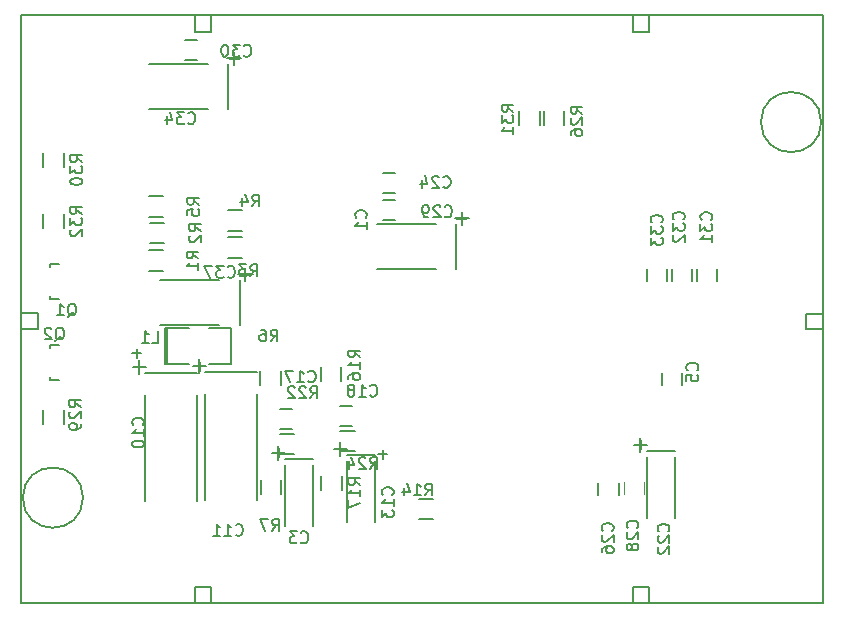
<source format=gbo>
%TF.GenerationSoftware,KiCad,Pcbnew,6.0.5-a6ca702e91~116~ubuntu20.04.1*%
%TF.CreationDate,2022-06-15T21:03:55+02:00*%
%TF.ProjectId,vwcdpic_with_BT,76776364-7069-4635-9f77-6974685f4254,rev?*%
%TF.SameCoordinates,Original*%
%TF.FileFunction,Legend,Bot*%
%TF.FilePolarity,Positive*%
%FSLAX46Y46*%
G04 Gerber Fmt 4.6, Leading zero omitted, Abs format (unit mm)*
G04 Created by KiCad (PCBNEW 6.0.5-a6ca702e91~116~ubuntu20.04.1) date 2022-06-15 21:03:55*
%MOMM*%
%LPD*%
G01*
G04 APERTURE LIST*
%ADD10C,0.150000*%
%ADD11C,0.120000*%
G04 APERTURE END LIST*
D10*
%TO.C,R16*%
X84774980Y-62831742D02*
X84298790Y-62498409D01*
X84774980Y-62260314D02*
X83774980Y-62260314D01*
X83774980Y-62641266D01*
X83822600Y-62736504D01*
X83870219Y-62784123D01*
X83965457Y-62831742D01*
X84108314Y-62831742D01*
X84203552Y-62784123D01*
X84251171Y-62736504D01*
X84298790Y-62641266D01*
X84298790Y-62260314D01*
X84774980Y-63784123D02*
X84774980Y-63212695D01*
X84774980Y-63498409D02*
X83774980Y-63498409D01*
X83917838Y-63403171D01*
X84013076Y-63307933D01*
X84060695Y-63212695D01*
X83774980Y-64641266D02*
X83774980Y-64450790D01*
X83822600Y-64355552D01*
X83870219Y-64307933D01*
X84013076Y-64212695D01*
X84203552Y-64165076D01*
X84584504Y-64165076D01*
X84679742Y-64212695D01*
X84727361Y-64260314D01*
X84774980Y-64355552D01*
X84774980Y-64546028D01*
X84727361Y-64641266D01*
X84679742Y-64688885D01*
X84584504Y-64736504D01*
X84346409Y-64736504D01*
X84251171Y-64688885D01*
X84203552Y-64641266D01*
X84155933Y-64546028D01*
X84155933Y-64355552D01*
X84203552Y-64260314D01*
X84251171Y-64212695D01*
X84346409Y-64165076D01*
%TO.C,C18*%
X85604257Y-66049742D02*
X85651876Y-66097361D01*
X85794733Y-66144980D01*
X85889971Y-66144980D01*
X86032828Y-66097361D01*
X86128066Y-66002123D01*
X86175685Y-65906885D01*
X86223304Y-65716409D01*
X86223304Y-65573552D01*
X86175685Y-65383076D01*
X86128066Y-65287838D01*
X86032828Y-65192600D01*
X85889971Y-65144980D01*
X85794733Y-65144980D01*
X85651876Y-65192600D01*
X85604257Y-65240219D01*
X84651876Y-66144980D02*
X85223304Y-66144980D01*
X84937590Y-66144980D02*
X84937590Y-65144980D01*
X85032828Y-65287838D01*
X85128066Y-65383076D01*
X85223304Y-65430695D01*
X84080447Y-65573552D02*
X84175685Y-65525933D01*
X84223304Y-65478314D01*
X84270923Y-65383076D01*
X84270923Y-65335457D01*
X84223304Y-65240219D01*
X84175685Y-65192600D01*
X84080447Y-65144980D01*
X83889971Y-65144980D01*
X83794733Y-65192600D01*
X83747114Y-65240219D01*
X83699495Y-65335457D01*
X83699495Y-65383076D01*
X83747114Y-65478314D01*
X83794733Y-65525933D01*
X83889971Y-65573552D01*
X84080447Y-65573552D01*
X84175685Y-65621171D01*
X84223304Y-65668790D01*
X84270923Y-65764028D01*
X84270923Y-65954504D01*
X84223304Y-66049742D01*
X84175685Y-66097361D01*
X84080447Y-66144980D01*
X83889971Y-66144980D01*
X83794733Y-66097361D01*
X83747114Y-66049742D01*
X83699495Y-65954504D01*
X83699495Y-65764028D01*
X83747114Y-65668790D01*
X83794733Y-65621171D01*
X83889971Y-65573552D01*
%TO.C,R22*%
X80553457Y-66289180D02*
X80886790Y-65812990D01*
X81124885Y-66289180D02*
X81124885Y-65289180D01*
X80743933Y-65289180D01*
X80648695Y-65336800D01*
X80601076Y-65384419D01*
X80553457Y-65479657D01*
X80553457Y-65622514D01*
X80601076Y-65717752D01*
X80648695Y-65765371D01*
X80743933Y-65812990D01*
X81124885Y-65812990D01*
X80172504Y-65384419D02*
X80124885Y-65336800D01*
X80029647Y-65289180D01*
X79791552Y-65289180D01*
X79696314Y-65336800D01*
X79648695Y-65384419D01*
X79601076Y-65479657D01*
X79601076Y-65574895D01*
X79648695Y-65717752D01*
X80220123Y-66289180D01*
X79601076Y-66289180D01*
X79220123Y-65384419D02*
X79172504Y-65336800D01*
X79077266Y-65289180D01*
X78839171Y-65289180D01*
X78743933Y-65336800D01*
X78696314Y-65384419D01*
X78648695Y-65479657D01*
X78648695Y-65574895D01*
X78696314Y-65717752D01*
X79267742Y-66289180D01*
X78648695Y-66289180D01*
%TO.C,R24*%
X85600457Y-72283580D02*
X85933790Y-71807390D01*
X86171885Y-72283580D02*
X86171885Y-71283580D01*
X85790933Y-71283580D01*
X85695695Y-71331200D01*
X85648076Y-71378819D01*
X85600457Y-71474057D01*
X85600457Y-71616914D01*
X85648076Y-71712152D01*
X85695695Y-71759771D01*
X85790933Y-71807390D01*
X86171885Y-71807390D01*
X85219504Y-71378819D02*
X85171885Y-71331200D01*
X85076647Y-71283580D01*
X84838552Y-71283580D01*
X84743314Y-71331200D01*
X84695695Y-71378819D01*
X84648076Y-71474057D01*
X84648076Y-71569295D01*
X84695695Y-71712152D01*
X85267123Y-72283580D01*
X84648076Y-72283580D01*
X83790933Y-71616914D02*
X83790933Y-72283580D01*
X84029028Y-71235961D02*
X84267123Y-71950247D01*
X83648076Y-71950247D01*
%TO.C,C28*%
X108233742Y-77273542D02*
X108281361Y-77225923D01*
X108328980Y-77083066D01*
X108328980Y-76987828D01*
X108281361Y-76844971D01*
X108186123Y-76749733D01*
X108090885Y-76702114D01*
X107900409Y-76654495D01*
X107757552Y-76654495D01*
X107567076Y-76702114D01*
X107471838Y-76749733D01*
X107376600Y-76844971D01*
X107328980Y-76987828D01*
X107328980Y-77083066D01*
X107376600Y-77225923D01*
X107424219Y-77273542D01*
X107424219Y-77654495D02*
X107376600Y-77702114D01*
X107328980Y-77797352D01*
X107328980Y-78035447D01*
X107376600Y-78130685D01*
X107424219Y-78178304D01*
X107519457Y-78225923D01*
X107614695Y-78225923D01*
X107757552Y-78178304D01*
X108328980Y-77606876D01*
X108328980Y-78225923D01*
X107757552Y-78797352D02*
X107709933Y-78702114D01*
X107662314Y-78654495D01*
X107567076Y-78606876D01*
X107519457Y-78606876D01*
X107424219Y-78654495D01*
X107376600Y-78702114D01*
X107328980Y-78797352D01*
X107328980Y-78987828D01*
X107376600Y-79083066D01*
X107424219Y-79130685D01*
X107519457Y-79178304D01*
X107567076Y-79178304D01*
X107662314Y-79130685D01*
X107709933Y-79083066D01*
X107757552Y-78987828D01*
X107757552Y-78797352D01*
X107805171Y-78702114D01*
X107852790Y-78654495D01*
X107948028Y-78606876D01*
X108138504Y-78606876D01*
X108233742Y-78654495D01*
X108281361Y-78702114D01*
X108328980Y-78797352D01*
X108328980Y-78987828D01*
X108281361Y-79083066D01*
X108233742Y-79130685D01*
X108138504Y-79178304D01*
X107948028Y-79178304D01*
X107852790Y-79130685D01*
X107805171Y-79083066D01*
X107757552Y-78987828D01*
%TO.C,C13*%
X87502942Y-74464942D02*
X87550561Y-74417323D01*
X87598180Y-74274466D01*
X87598180Y-74179228D01*
X87550561Y-74036371D01*
X87455323Y-73941133D01*
X87360085Y-73893514D01*
X87169609Y-73845895D01*
X87026752Y-73845895D01*
X86836276Y-73893514D01*
X86741038Y-73941133D01*
X86645800Y-74036371D01*
X86598180Y-74179228D01*
X86598180Y-74274466D01*
X86645800Y-74417323D01*
X86693419Y-74464942D01*
X87598180Y-75417323D02*
X87598180Y-74845895D01*
X87598180Y-75131609D02*
X86598180Y-75131609D01*
X86741038Y-75036371D01*
X86836276Y-74941133D01*
X86883895Y-74845895D01*
X86598180Y-75750657D02*
X86598180Y-76369704D01*
X86979133Y-76036371D01*
X86979133Y-76179228D01*
X87026752Y-76274466D01*
X87074371Y-76322085D01*
X87169609Y-76369704D01*
X87407704Y-76369704D01*
X87502942Y-76322085D01*
X87550561Y-76274466D01*
X87598180Y-76179228D01*
X87598180Y-75893514D01*
X87550561Y-75798276D01*
X87502942Y-75750657D01*
X86683828Y-70662847D02*
X86683828Y-71424752D01*
X87064780Y-71043800D02*
X86302876Y-71043800D01*
%TO.C,R31*%
X97749780Y-42012942D02*
X97273590Y-41679609D01*
X97749780Y-41441514D02*
X96749780Y-41441514D01*
X96749780Y-41822466D01*
X96797400Y-41917704D01*
X96845019Y-41965323D01*
X96940257Y-42012942D01*
X97083114Y-42012942D01*
X97178352Y-41965323D01*
X97225971Y-41917704D01*
X97273590Y-41822466D01*
X97273590Y-41441514D01*
X96749780Y-42346276D02*
X96749780Y-42965323D01*
X97130733Y-42631990D01*
X97130733Y-42774847D01*
X97178352Y-42870085D01*
X97225971Y-42917704D01*
X97321209Y-42965323D01*
X97559304Y-42965323D01*
X97654542Y-42917704D01*
X97702161Y-42870085D01*
X97749780Y-42774847D01*
X97749780Y-42489133D01*
X97702161Y-42393895D01*
X97654542Y-42346276D01*
X97749780Y-43917704D02*
X97749780Y-43346276D01*
X97749780Y-43631990D02*
X96749780Y-43631990D01*
X96892638Y-43536752D01*
X96987876Y-43441514D01*
X97035495Y-43346276D01*
%TO.C,R26*%
X103591780Y-42183142D02*
X103115590Y-41849809D01*
X103591780Y-41611714D02*
X102591780Y-41611714D01*
X102591780Y-41992666D01*
X102639400Y-42087904D01*
X102687019Y-42135523D01*
X102782257Y-42183142D01*
X102925114Y-42183142D01*
X103020352Y-42135523D01*
X103067971Y-42087904D01*
X103115590Y-41992666D01*
X103115590Y-41611714D01*
X102687019Y-42564095D02*
X102639400Y-42611714D01*
X102591780Y-42706952D01*
X102591780Y-42945047D01*
X102639400Y-43040285D01*
X102687019Y-43087904D01*
X102782257Y-43135523D01*
X102877495Y-43135523D01*
X103020352Y-43087904D01*
X103591780Y-42516476D01*
X103591780Y-43135523D01*
X102591780Y-43992666D02*
X102591780Y-43802190D01*
X102639400Y-43706952D01*
X102687019Y-43659333D01*
X102829876Y-43564095D01*
X103020352Y-43516476D01*
X103401304Y-43516476D01*
X103496542Y-43564095D01*
X103544161Y-43611714D01*
X103591780Y-43706952D01*
X103591780Y-43897428D01*
X103544161Y-43992666D01*
X103496542Y-44040285D01*
X103401304Y-44087904D01*
X103163209Y-44087904D01*
X103067971Y-44040285D01*
X103020352Y-43992666D01*
X102972733Y-43897428D01*
X102972733Y-43706952D01*
X103020352Y-43611714D01*
X103067971Y-43564095D01*
X103163209Y-43516476D01*
%TO.C,C5*%
X113297142Y-63913333D02*
X113344761Y-63865714D01*
X113392380Y-63722857D01*
X113392380Y-63627619D01*
X113344761Y-63484761D01*
X113249523Y-63389523D01*
X113154285Y-63341904D01*
X112963809Y-63294285D01*
X112820952Y-63294285D01*
X112630476Y-63341904D01*
X112535238Y-63389523D01*
X112440000Y-63484761D01*
X112392380Y-63627619D01*
X112392380Y-63722857D01*
X112440000Y-63865714D01*
X112487619Y-63913333D01*
X112392380Y-64818095D02*
X112392380Y-64341904D01*
X112868571Y-64294285D01*
X112820952Y-64341904D01*
X112773333Y-64437142D01*
X112773333Y-64675238D01*
X112820952Y-64770476D01*
X112868571Y-64818095D01*
X112963809Y-64865714D01*
X113201904Y-64865714D01*
X113297142Y-64818095D01*
X113344761Y-64770476D01*
X113392380Y-64675238D01*
X113392380Y-64437142D01*
X113344761Y-64341904D01*
X113297142Y-64294285D01*
%TO.C,R17*%
X84774980Y-73652142D02*
X84298790Y-73318809D01*
X84774980Y-73080714D02*
X83774980Y-73080714D01*
X83774980Y-73461666D01*
X83822600Y-73556904D01*
X83870219Y-73604523D01*
X83965457Y-73652142D01*
X84108314Y-73652142D01*
X84203552Y-73604523D01*
X84251171Y-73556904D01*
X84298790Y-73461666D01*
X84298790Y-73080714D01*
X84774980Y-74604523D02*
X84774980Y-74033095D01*
X84774980Y-74318809D02*
X83774980Y-74318809D01*
X83917838Y-74223571D01*
X84013076Y-74128333D01*
X84060695Y-74033095D01*
X83774980Y-74937857D02*
X83774980Y-75604523D01*
X84774980Y-75175952D01*
%TO.C,C26*%
X106125542Y-77502142D02*
X106173161Y-77454523D01*
X106220780Y-77311666D01*
X106220780Y-77216428D01*
X106173161Y-77073571D01*
X106077923Y-76978333D01*
X105982685Y-76930714D01*
X105792209Y-76883095D01*
X105649352Y-76883095D01*
X105458876Y-76930714D01*
X105363638Y-76978333D01*
X105268400Y-77073571D01*
X105220780Y-77216428D01*
X105220780Y-77311666D01*
X105268400Y-77454523D01*
X105316019Y-77502142D01*
X105316019Y-77883095D02*
X105268400Y-77930714D01*
X105220780Y-78025952D01*
X105220780Y-78264047D01*
X105268400Y-78359285D01*
X105316019Y-78406904D01*
X105411257Y-78454523D01*
X105506495Y-78454523D01*
X105649352Y-78406904D01*
X106220780Y-77835476D01*
X106220780Y-78454523D01*
X105220780Y-79311666D02*
X105220780Y-79121190D01*
X105268400Y-79025952D01*
X105316019Y-78978333D01*
X105458876Y-78883095D01*
X105649352Y-78835476D01*
X106030304Y-78835476D01*
X106125542Y-78883095D01*
X106173161Y-78930714D01*
X106220780Y-79025952D01*
X106220780Y-79216428D01*
X106173161Y-79311666D01*
X106125542Y-79359285D01*
X106030304Y-79406904D01*
X105792209Y-79406904D01*
X105696971Y-79359285D01*
X105649352Y-79311666D01*
X105601733Y-79216428D01*
X105601733Y-79025952D01*
X105649352Y-78930714D01*
X105696971Y-78883095D01*
X105792209Y-78835476D01*
%TO.C,C22*%
X110849942Y-77552942D02*
X110897561Y-77505323D01*
X110945180Y-77362466D01*
X110945180Y-77267228D01*
X110897561Y-77124371D01*
X110802323Y-77029133D01*
X110707085Y-76981514D01*
X110516609Y-76933895D01*
X110373752Y-76933895D01*
X110183276Y-76981514D01*
X110088038Y-77029133D01*
X109992800Y-77124371D01*
X109945180Y-77267228D01*
X109945180Y-77362466D01*
X109992800Y-77505323D01*
X110040419Y-77552942D01*
X110040419Y-77933895D02*
X109992800Y-77981514D01*
X109945180Y-78076752D01*
X109945180Y-78314847D01*
X109992800Y-78410085D01*
X110040419Y-78457704D01*
X110135657Y-78505323D01*
X110230895Y-78505323D01*
X110373752Y-78457704D01*
X110945180Y-77886276D01*
X110945180Y-78505323D01*
X110040419Y-78886276D02*
X109992800Y-78933895D01*
X109945180Y-79029133D01*
X109945180Y-79267228D01*
X109992800Y-79362466D01*
X110040419Y-79410085D01*
X110135657Y-79457704D01*
X110230895Y-79457704D01*
X110373752Y-79410085D01*
X110945180Y-78838657D01*
X110945180Y-79457704D01*
X108534768Y-69846867D02*
X108534768Y-70608772D01*
X108915720Y-70227820D02*
X108153816Y-70227820D01*
%TO.C,L1*%
X67144866Y-61569860D02*
X67621057Y-61569860D01*
X67621057Y-60569860D01*
X66287723Y-61569860D02*
X66859152Y-61569860D01*
X66573438Y-61569860D02*
X66573438Y-60569860D01*
X66668676Y-60712718D01*
X66763914Y-60807956D01*
X66859152Y-60855575D01*
%TO.C,C11*%
X74231407Y-77846157D02*
X74279026Y-77893776D01*
X74421883Y-77941395D01*
X74517121Y-77941395D01*
X74659978Y-77893776D01*
X74755216Y-77798538D01*
X74802835Y-77703300D01*
X74850454Y-77512824D01*
X74850454Y-77369967D01*
X74802835Y-77179491D01*
X74755216Y-77084253D01*
X74659978Y-76989015D01*
X74517121Y-76941395D01*
X74421883Y-76941395D01*
X74279026Y-76989015D01*
X74231407Y-77036634D01*
X73279026Y-77941395D02*
X73850454Y-77941395D01*
X73564740Y-77941395D02*
X73564740Y-76941395D01*
X73659978Y-77084253D01*
X73755216Y-77179491D01*
X73850454Y-77227110D01*
X72326645Y-77941395D02*
X72898073Y-77941395D01*
X72612359Y-77941395D02*
X72612359Y-76941395D01*
X72707597Y-77084253D01*
X72802835Y-77179491D01*
X72898073Y-77227110D01*
X71207608Y-63200327D02*
X71207608Y-63962232D01*
X71588560Y-63581280D02*
X70826656Y-63581280D01*
%TO.C,C10*%
X66370142Y-68546742D02*
X66417761Y-68499123D01*
X66465380Y-68356266D01*
X66465380Y-68261028D01*
X66417761Y-68118171D01*
X66322523Y-68022933D01*
X66227285Y-67975314D01*
X66036809Y-67927695D01*
X65893952Y-67927695D01*
X65703476Y-67975314D01*
X65608238Y-68022933D01*
X65513000Y-68118171D01*
X65465380Y-68261028D01*
X65465380Y-68356266D01*
X65513000Y-68499123D01*
X65560619Y-68546742D01*
X66465380Y-69499123D02*
X66465380Y-68927695D01*
X66465380Y-69213409D02*
X65465380Y-69213409D01*
X65608238Y-69118171D01*
X65703476Y-69022933D01*
X65751095Y-68927695D01*
X65465380Y-70118171D02*
X65465380Y-70213409D01*
X65513000Y-70308647D01*
X65560619Y-70356266D01*
X65655857Y-70403885D01*
X65846333Y-70451504D01*
X66084428Y-70451504D01*
X66274904Y-70403885D01*
X66370142Y-70356266D01*
X66417761Y-70308647D01*
X66465380Y-70213409D01*
X66465380Y-70118171D01*
X66417761Y-70022933D01*
X66370142Y-69975314D01*
X66274904Y-69927695D01*
X66084428Y-69880076D01*
X65846333Y-69880076D01*
X65655857Y-69927695D01*
X65560619Y-69975314D01*
X65513000Y-70022933D01*
X65465380Y-70118171D01*
X65873608Y-62089067D02*
X65873608Y-62850972D01*
X66254560Y-62470020D02*
X65492656Y-62470020D01*
%TO.C,C17*%
X80377257Y-64847742D02*
X80424876Y-64895361D01*
X80567733Y-64942980D01*
X80662971Y-64942980D01*
X80805828Y-64895361D01*
X80901066Y-64800123D01*
X80948685Y-64704885D01*
X80996304Y-64514409D01*
X80996304Y-64371552D01*
X80948685Y-64181076D01*
X80901066Y-64085838D01*
X80805828Y-63990600D01*
X80662971Y-63942980D01*
X80567733Y-63942980D01*
X80424876Y-63990600D01*
X80377257Y-64038219D01*
X79424876Y-64942980D02*
X79996304Y-64942980D01*
X79710590Y-64942980D02*
X79710590Y-63942980D01*
X79805828Y-64085838D01*
X79901066Y-64181076D01*
X79996304Y-64228695D01*
X79091542Y-63942980D02*
X78424876Y-63942980D01*
X78853447Y-64942980D01*
%TO.C,R4*%
X75624686Y-50042590D02*
X75958020Y-49566400D01*
X76196115Y-50042590D02*
X76196115Y-49042590D01*
X75815162Y-49042590D01*
X75719924Y-49090210D01*
X75672305Y-49137829D01*
X75624686Y-49233067D01*
X75624686Y-49375924D01*
X75672305Y-49471162D01*
X75719924Y-49518781D01*
X75815162Y-49566400D01*
X76196115Y-49566400D01*
X74767543Y-49375924D02*
X74767543Y-50042590D01*
X75005639Y-48994971D02*
X75243734Y-49709257D01*
X74624686Y-49709257D01*
%TO.C,R2*%
X71293380Y-52141343D02*
X70817190Y-51808010D01*
X71293380Y-51569914D02*
X70293380Y-51569914D01*
X70293380Y-51950867D01*
X70341000Y-52046105D01*
X70388619Y-52093724D01*
X70483857Y-52141343D01*
X70626714Y-52141343D01*
X70721952Y-52093724D01*
X70769571Y-52046105D01*
X70817190Y-51950867D01*
X70817190Y-51569914D01*
X70388619Y-52522295D02*
X70341000Y-52569914D01*
X70293380Y-52665152D01*
X70293380Y-52903248D01*
X70341000Y-52998486D01*
X70388619Y-53046105D01*
X70483857Y-53093724D01*
X70579095Y-53093724D01*
X70721952Y-53046105D01*
X71293380Y-52474676D01*
X71293380Y-53093724D01*
%TO.C,R32*%
X61202380Y-50677142D02*
X60726190Y-50343809D01*
X61202380Y-50105714D02*
X60202380Y-50105714D01*
X60202380Y-50486666D01*
X60250000Y-50581904D01*
X60297619Y-50629523D01*
X60392857Y-50677142D01*
X60535714Y-50677142D01*
X60630952Y-50629523D01*
X60678571Y-50581904D01*
X60726190Y-50486666D01*
X60726190Y-50105714D01*
X60202380Y-51010476D02*
X60202380Y-51629523D01*
X60583333Y-51296190D01*
X60583333Y-51439047D01*
X60630952Y-51534285D01*
X60678571Y-51581904D01*
X60773809Y-51629523D01*
X61011904Y-51629523D01*
X61107142Y-51581904D01*
X61154761Y-51534285D01*
X61202380Y-51439047D01*
X61202380Y-51153333D01*
X61154761Y-51058095D01*
X61107142Y-51010476D01*
X60297619Y-52010476D02*
X60250000Y-52058095D01*
X60202380Y-52153333D01*
X60202380Y-52391428D01*
X60250000Y-52486666D01*
X60297619Y-52534285D01*
X60392857Y-52581904D01*
X60488095Y-52581904D01*
X60630952Y-52534285D01*
X61202380Y-51962857D01*
X61202380Y-52581904D01*
%TO.C,C33*%
X110277142Y-51397142D02*
X110324761Y-51349523D01*
X110372380Y-51206666D01*
X110372380Y-51111428D01*
X110324761Y-50968571D01*
X110229523Y-50873333D01*
X110134285Y-50825714D01*
X109943809Y-50778095D01*
X109800952Y-50778095D01*
X109610476Y-50825714D01*
X109515238Y-50873333D01*
X109420000Y-50968571D01*
X109372380Y-51111428D01*
X109372380Y-51206666D01*
X109420000Y-51349523D01*
X109467619Y-51397142D01*
X109372380Y-51730476D02*
X109372380Y-52349523D01*
X109753333Y-52016190D01*
X109753333Y-52159047D01*
X109800952Y-52254285D01*
X109848571Y-52301904D01*
X109943809Y-52349523D01*
X110181904Y-52349523D01*
X110277142Y-52301904D01*
X110324761Y-52254285D01*
X110372380Y-52159047D01*
X110372380Y-51873333D01*
X110324761Y-51778095D01*
X110277142Y-51730476D01*
X109372380Y-52682857D02*
X109372380Y-53301904D01*
X109753333Y-52968571D01*
X109753333Y-53111428D01*
X109800952Y-53206666D01*
X109848571Y-53254285D01*
X109943809Y-53301904D01*
X110181904Y-53301904D01*
X110277142Y-53254285D01*
X110324761Y-53206666D01*
X110372380Y-53111428D01*
X110372380Y-52825714D01*
X110324761Y-52730476D01*
X110277142Y-52682857D01*
%TO.C,Q1*%
X59995238Y-59377619D02*
X60090476Y-59330000D01*
X60185714Y-59234761D01*
X60328571Y-59091904D01*
X60423809Y-59044285D01*
X60519047Y-59044285D01*
X60471428Y-59282380D02*
X60566666Y-59234761D01*
X60661904Y-59139523D01*
X60709523Y-58949047D01*
X60709523Y-58615714D01*
X60661904Y-58425238D01*
X60566666Y-58330000D01*
X60471428Y-58282380D01*
X60280952Y-58282380D01*
X60185714Y-58330000D01*
X60090476Y-58425238D01*
X60042857Y-58615714D01*
X60042857Y-58949047D01*
X60090476Y-59139523D01*
X60185714Y-59234761D01*
X60280952Y-59282380D01*
X60471428Y-59282380D01*
X59090476Y-59282380D02*
X59661904Y-59282380D01*
X59376190Y-59282380D02*
X59376190Y-58282380D01*
X59471428Y-58425238D01*
X59566666Y-58520476D01*
X59661904Y-58568095D01*
%TO.C,R6*%
X77199466Y-61484780D02*
X77532800Y-61008590D01*
X77770895Y-61484780D02*
X77770895Y-60484780D01*
X77389942Y-60484780D01*
X77294704Y-60532400D01*
X77247085Y-60580019D01*
X77199466Y-60675257D01*
X77199466Y-60818114D01*
X77247085Y-60913352D01*
X77294704Y-60960971D01*
X77389942Y-61008590D01*
X77770895Y-61008590D01*
X76342323Y-60484780D02*
X76532800Y-60484780D01*
X76628038Y-60532400D01*
X76675657Y-60580019D01*
X76770895Y-60722876D01*
X76818514Y-60913352D01*
X76818514Y-61294304D01*
X76770895Y-61389542D01*
X76723276Y-61437161D01*
X76628038Y-61484780D01*
X76437561Y-61484780D01*
X76342323Y-61437161D01*
X76294704Y-61389542D01*
X76247085Y-61294304D01*
X76247085Y-61056209D01*
X76294704Y-60960971D01*
X76342323Y-60913352D01*
X76437561Y-60865733D01*
X76628038Y-60865733D01*
X76723276Y-60913352D01*
X76770895Y-60960971D01*
X76818514Y-61056209D01*
%TO.C,C3*%
X79752156Y-78476112D02*
X79799775Y-78523731D01*
X79942632Y-78571350D01*
X80037870Y-78571350D01*
X80180728Y-78523731D01*
X80275966Y-78428493D01*
X80323585Y-78333255D01*
X80371204Y-78142779D01*
X80371204Y-77999922D01*
X80323585Y-77809446D01*
X80275966Y-77714208D01*
X80180728Y-77618970D01*
X80037870Y-77571350D01*
X79942632Y-77571350D01*
X79799775Y-77618970D01*
X79752156Y-77666589D01*
X79418823Y-77571350D02*
X78799775Y-77571350D01*
X79133109Y-77952303D01*
X78990251Y-77952303D01*
X78895013Y-77999922D01*
X78847394Y-78047541D01*
X78799775Y-78142779D01*
X78799775Y-78380874D01*
X78847394Y-78476112D01*
X78895013Y-78523731D01*
X78990251Y-78571350D01*
X79275966Y-78571350D01*
X79371204Y-78523731D01*
X79418823Y-78476112D01*
X77872568Y-70543467D02*
X77872568Y-71305372D01*
X78253520Y-70924420D02*
X77491616Y-70924420D01*
%TO.C,R3*%
X75478066Y-55960790D02*
X75811400Y-55484600D01*
X76049495Y-55960790D02*
X76049495Y-54960790D01*
X75668542Y-54960790D01*
X75573304Y-55008410D01*
X75525685Y-55056029D01*
X75478066Y-55151267D01*
X75478066Y-55294124D01*
X75525685Y-55389362D01*
X75573304Y-55436981D01*
X75668542Y-55484600D01*
X76049495Y-55484600D01*
X75144733Y-54960790D02*
X74525685Y-54960790D01*
X74859019Y-55341743D01*
X74716161Y-55341743D01*
X74620923Y-55389362D01*
X74573304Y-55436981D01*
X74525685Y-55532219D01*
X74525685Y-55770314D01*
X74573304Y-55865552D01*
X74620923Y-55913171D01*
X74716161Y-55960790D01*
X75001876Y-55960790D01*
X75097114Y-55913171D01*
X75144733Y-55865552D01*
%TO.C,C24*%
X91803775Y-48376844D02*
X91851394Y-48424463D01*
X91994251Y-48472082D01*
X92089489Y-48472082D01*
X92232346Y-48424463D01*
X92327584Y-48329225D01*
X92375203Y-48233987D01*
X92422822Y-48043511D01*
X92422822Y-47900654D01*
X92375203Y-47710178D01*
X92327584Y-47614940D01*
X92232346Y-47519702D01*
X92089489Y-47472082D01*
X91994251Y-47472082D01*
X91851394Y-47519702D01*
X91803775Y-47567321D01*
X91422822Y-47567321D02*
X91375203Y-47519702D01*
X91279965Y-47472082D01*
X91041870Y-47472082D01*
X90946632Y-47519702D01*
X90899013Y-47567321D01*
X90851394Y-47662559D01*
X90851394Y-47757797D01*
X90899013Y-47900654D01*
X91470441Y-48472082D01*
X90851394Y-48472082D01*
X89994251Y-47805416D02*
X89994251Y-48472082D01*
X90232346Y-47424463D02*
X90470441Y-48138749D01*
X89851394Y-48138749D01*
%TO.C,C37*%
X73540857Y-55983142D02*
X73588476Y-56030761D01*
X73731333Y-56078380D01*
X73826571Y-56078380D01*
X73969428Y-56030761D01*
X74064666Y-55935523D01*
X74112285Y-55840285D01*
X74159904Y-55649809D01*
X74159904Y-55506952D01*
X74112285Y-55316476D01*
X74064666Y-55221238D01*
X73969428Y-55126000D01*
X73826571Y-55078380D01*
X73731333Y-55078380D01*
X73588476Y-55126000D01*
X73540857Y-55173619D01*
X73207523Y-55078380D02*
X72588476Y-55078380D01*
X72921809Y-55459333D01*
X72778952Y-55459333D01*
X72683714Y-55506952D01*
X72636095Y-55554571D01*
X72588476Y-55649809D01*
X72588476Y-55887904D01*
X72636095Y-55983142D01*
X72683714Y-56030761D01*
X72778952Y-56078380D01*
X73064666Y-56078380D01*
X73159904Y-56030761D01*
X73207523Y-55983142D01*
X72255142Y-55078380D02*
X71588476Y-55078380D01*
X72017047Y-56078380D01*
X75440492Y-55837128D02*
X74678587Y-55837128D01*
X75059540Y-56218080D02*
X75059540Y-55456176D01*
%TO.C,R7*%
X77304866Y-77515980D02*
X77638200Y-77039790D01*
X77876295Y-77515980D02*
X77876295Y-76515980D01*
X77495342Y-76515980D01*
X77400104Y-76563600D01*
X77352485Y-76611219D01*
X77304866Y-76706457D01*
X77304866Y-76849314D01*
X77352485Y-76944552D01*
X77400104Y-76992171D01*
X77495342Y-77039790D01*
X77876295Y-77039790D01*
X76971533Y-76515980D02*
X76304866Y-76515980D01*
X76733438Y-77515980D01*
%TO.C,C29*%
X91930775Y-50866044D02*
X91978394Y-50913663D01*
X92121251Y-50961282D01*
X92216489Y-50961282D01*
X92359346Y-50913663D01*
X92454584Y-50818425D01*
X92502203Y-50723187D01*
X92549822Y-50532711D01*
X92549822Y-50389854D01*
X92502203Y-50199378D01*
X92454584Y-50104140D01*
X92359346Y-50008902D01*
X92216489Y-49961282D01*
X92121251Y-49961282D01*
X91978394Y-50008902D01*
X91930775Y-50056521D01*
X91549822Y-50056521D02*
X91502203Y-50008902D01*
X91406965Y-49961282D01*
X91168870Y-49961282D01*
X91073632Y-50008902D01*
X91026013Y-50056521D01*
X90978394Y-50151759D01*
X90978394Y-50246997D01*
X91026013Y-50389854D01*
X91597441Y-50961282D01*
X90978394Y-50961282D01*
X90502203Y-50961282D02*
X90311727Y-50961282D01*
X90216489Y-50913663D01*
X90168870Y-50866044D01*
X90073632Y-50723187D01*
X90026013Y-50532711D01*
X90026013Y-50151759D01*
X90073632Y-50056521D01*
X90121251Y-50008902D01*
X90216489Y-49961282D01*
X90406965Y-49961282D01*
X90502203Y-50008902D01*
X90549822Y-50056521D01*
X90597441Y-50151759D01*
X90597441Y-50389854D01*
X90549822Y-50485092D01*
X90502203Y-50532711D01*
X90406965Y-50580330D01*
X90216489Y-50580330D01*
X90121251Y-50532711D01*
X90073632Y-50485092D01*
X90026013Y-50389854D01*
%TO.C,C1*%
X85244600Y-51001335D02*
X85292219Y-50953716D01*
X85339838Y-50810859D01*
X85339838Y-50715621D01*
X85292219Y-50572763D01*
X85196981Y-50477525D01*
X85101743Y-50429906D01*
X84911267Y-50382287D01*
X84768410Y-50382287D01*
X84577934Y-50429906D01*
X84482696Y-50477525D01*
X84387458Y-50572763D01*
X84339838Y-50715621D01*
X84339838Y-50810859D01*
X84387458Y-50953716D01*
X84435077Y-51001335D01*
X85339838Y-51953716D02*
X85339838Y-51382287D01*
X85339838Y-51668002D02*
X84339838Y-51668002D01*
X84482696Y-51572763D01*
X84577934Y-51477525D01*
X84625553Y-51382287D01*
X93749480Y-51081980D02*
X92987575Y-51081980D01*
X93368528Y-51462932D02*
X93368528Y-50701028D01*
%TO.C,R14*%
X90281657Y-74518780D02*
X90614990Y-74042590D01*
X90853085Y-74518780D02*
X90853085Y-73518780D01*
X90472133Y-73518780D01*
X90376895Y-73566400D01*
X90329276Y-73614019D01*
X90281657Y-73709257D01*
X90281657Y-73852114D01*
X90329276Y-73947352D01*
X90376895Y-73994971D01*
X90472133Y-74042590D01*
X90853085Y-74042590D01*
X89329276Y-74518780D02*
X89900704Y-74518780D01*
X89614990Y-74518780D02*
X89614990Y-73518780D01*
X89710228Y-73661638D01*
X89805466Y-73756876D01*
X89900704Y-73804495D01*
X88472133Y-73852114D02*
X88472133Y-74518780D01*
X88710228Y-73471161D02*
X88948323Y-74185447D01*
X88329276Y-74185447D01*
%TO.C,R1*%
X71068580Y-54452743D02*
X70592390Y-54119410D01*
X71068580Y-53881314D02*
X70068580Y-53881314D01*
X70068580Y-54262267D01*
X70116200Y-54357505D01*
X70163819Y-54405124D01*
X70259057Y-54452743D01*
X70401914Y-54452743D01*
X70497152Y-54405124D01*
X70544771Y-54357505D01*
X70592390Y-54262267D01*
X70592390Y-53881314D01*
X71068580Y-55405124D02*
X71068580Y-54833695D01*
X71068580Y-55119410D02*
X70068580Y-55119410D01*
X70211438Y-55024171D01*
X70306676Y-54928933D01*
X70354295Y-54833695D01*
%TO.C,R5*%
X71137180Y-49906143D02*
X70660990Y-49572810D01*
X71137180Y-49334714D02*
X70137180Y-49334714D01*
X70137180Y-49715667D01*
X70184800Y-49810905D01*
X70232419Y-49858524D01*
X70327657Y-49906143D01*
X70470514Y-49906143D01*
X70565752Y-49858524D01*
X70613371Y-49810905D01*
X70660990Y-49715667D01*
X70660990Y-49334714D01*
X70137180Y-50810905D02*
X70137180Y-50334714D01*
X70613371Y-50287095D01*
X70565752Y-50334714D01*
X70518133Y-50429952D01*
X70518133Y-50668048D01*
X70565752Y-50763286D01*
X70613371Y-50810905D01*
X70708609Y-50858524D01*
X70946704Y-50858524D01*
X71041942Y-50810905D01*
X71089561Y-50763286D01*
X71137180Y-50668048D01*
X71137180Y-50429952D01*
X71089561Y-50334714D01*
X71041942Y-50287095D01*
%TO.C,C34*%
X70205237Y-42988502D02*
X70252856Y-43036121D01*
X70395713Y-43083740D01*
X70490951Y-43083740D01*
X70633808Y-43036121D01*
X70729046Y-42940883D01*
X70776665Y-42845645D01*
X70824284Y-42655169D01*
X70824284Y-42512312D01*
X70776665Y-42321836D01*
X70729046Y-42226598D01*
X70633808Y-42131360D01*
X70490951Y-42083740D01*
X70395713Y-42083740D01*
X70252856Y-42131360D01*
X70205237Y-42178979D01*
X69871903Y-42083740D02*
X69252856Y-42083740D01*
X69586189Y-42464693D01*
X69443332Y-42464693D01*
X69348094Y-42512312D01*
X69300475Y-42559931D01*
X69252856Y-42655169D01*
X69252856Y-42893264D01*
X69300475Y-42988502D01*
X69348094Y-43036121D01*
X69443332Y-43083740D01*
X69729046Y-43083740D01*
X69824284Y-43036121D01*
X69871903Y-42988502D01*
X68395713Y-42417074D02*
X68395713Y-43083740D01*
X68633808Y-42036121D02*
X68871903Y-42750407D01*
X68252856Y-42750407D01*
X74491802Y-37552938D02*
X73729897Y-37552938D01*
X74110850Y-37933890D02*
X74110850Y-37171986D01*
%TO.C,C31*%
X114482042Y-51173142D02*
X114529661Y-51125523D01*
X114577280Y-50982666D01*
X114577280Y-50887428D01*
X114529661Y-50744571D01*
X114434423Y-50649333D01*
X114339185Y-50601714D01*
X114148709Y-50554095D01*
X114005852Y-50554095D01*
X113815376Y-50601714D01*
X113720138Y-50649333D01*
X113624900Y-50744571D01*
X113577280Y-50887428D01*
X113577280Y-50982666D01*
X113624900Y-51125523D01*
X113672519Y-51173142D01*
X113577280Y-51506476D02*
X113577280Y-52125523D01*
X113958233Y-51792190D01*
X113958233Y-51935047D01*
X114005852Y-52030285D01*
X114053471Y-52077904D01*
X114148709Y-52125523D01*
X114386804Y-52125523D01*
X114482042Y-52077904D01*
X114529661Y-52030285D01*
X114577280Y-51935047D01*
X114577280Y-51649333D01*
X114529661Y-51554095D01*
X114482042Y-51506476D01*
X114577280Y-53077904D02*
X114577280Y-52506476D01*
X114577280Y-52792190D02*
X113577280Y-52792190D01*
X113720138Y-52696952D01*
X113815376Y-52601714D01*
X113862995Y-52506476D01*
%TO.C,R29*%
X61142380Y-67047142D02*
X60666190Y-66713809D01*
X61142380Y-66475714D02*
X60142380Y-66475714D01*
X60142380Y-66856666D01*
X60190000Y-66951904D01*
X60237619Y-66999523D01*
X60332857Y-67047142D01*
X60475714Y-67047142D01*
X60570952Y-66999523D01*
X60618571Y-66951904D01*
X60666190Y-66856666D01*
X60666190Y-66475714D01*
X60237619Y-67428095D02*
X60190000Y-67475714D01*
X60142380Y-67570952D01*
X60142380Y-67809047D01*
X60190000Y-67904285D01*
X60237619Y-67951904D01*
X60332857Y-67999523D01*
X60428095Y-67999523D01*
X60570952Y-67951904D01*
X61142380Y-67380476D01*
X61142380Y-67999523D01*
X61142380Y-68475714D02*
X61142380Y-68666190D01*
X61094761Y-68761428D01*
X61047142Y-68809047D01*
X60904285Y-68904285D01*
X60713809Y-68951904D01*
X60332857Y-68951904D01*
X60237619Y-68904285D01*
X60190000Y-68856666D01*
X60142380Y-68761428D01*
X60142380Y-68570952D01*
X60190000Y-68475714D01*
X60237619Y-68428095D01*
X60332857Y-68380476D01*
X60570952Y-68380476D01*
X60666190Y-68428095D01*
X60713809Y-68475714D01*
X60761428Y-68570952D01*
X60761428Y-68761428D01*
X60713809Y-68856666D01*
X60666190Y-68904285D01*
X60570952Y-68951904D01*
%TO.C,C32*%
X112145242Y-51147742D02*
X112192861Y-51100123D01*
X112240480Y-50957266D01*
X112240480Y-50862028D01*
X112192861Y-50719171D01*
X112097623Y-50623933D01*
X112002385Y-50576314D01*
X111811909Y-50528695D01*
X111669052Y-50528695D01*
X111478576Y-50576314D01*
X111383338Y-50623933D01*
X111288100Y-50719171D01*
X111240480Y-50862028D01*
X111240480Y-50957266D01*
X111288100Y-51100123D01*
X111335719Y-51147742D01*
X111240480Y-51481076D02*
X111240480Y-52100123D01*
X111621433Y-51766790D01*
X111621433Y-51909647D01*
X111669052Y-52004885D01*
X111716671Y-52052504D01*
X111811909Y-52100123D01*
X112050004Y-52100123D01*
X112145242Y-52052504D01*
X112192861Y-52004885D01*
X112240480Y-51909647D01*
X112240480Y-51623933D01*
X112192861Y-51528695D01*
X112145242Y-51481076D01*
X111335719Y-52481076D02*
X111288100Y-52528695D01*
X111240480Y-52623933D01*
X111240480Y-52862028D01*
X111288100Y-52957266D01*
X111335719Y-53004885D01*
X111430957Y-53052504D01*
X111526195Y-53052504D01*
X111669052Y-53004885D01*
X112240480Y-52433457D01*
X112240480Y-53052504D01*
%TO.C,R30*%
X61232380Y-46307142D02*
X60756190Y-45973809D01*
X61232380Y-45735714D02*
X60232380Y-45735714D01*
X60232380Y-46116666D01*
X60280000Y-46211904D01*
X60327619Y-46259523D01*
X60422857Y-46307142D01*
X60565714Y-46307142D01*
X60660952Y-46259523D01*
X60708571Y-46211904D01*
X60756190Y-46116666D01*
X60756190Y-45735714D01*
X60232380Y-46640476D02*
X60232380Y-47259523D01*
X60613333Y-46926190D01*
X60613333Y-47069047D01*
X60660952Y-47164285D01*
X60708571Y-47211904D01*
X60803809Y-47259523D01*
X61041904Y-47259523D01*
X61137142Y-47211904D01*
X61184761Y-47164285D01*
X61232380Y-47069047D01*
X61232380Y-46783333D01*
X61184761Y-46688095D01*
X61137142Y-46640476D01*
X60232380Y-47878571D02*
X60232380Y-47973809D01*
X60280000Y-48069047D01*
X60327619Y-48116666D01*
X60422857Y-48164285D01*
X60613333Y-48211904D01*
X60851428Y-48211904D01*
X61041904Y-48164285D01*
X61137142Y-48116666D01*
X61184761Y-48069047D01*
X61232380Y-47973809D01*
X61232380Y-47878571D01*
X61184761Y-47783333D01*
X61137142Y-47735714D01*
X61041904Y-47688095D01*
X60851428Y-47640476D01*
X60613333Y-47640476D01*
X60422857Y-47688095D01*
X60327619Y-47735714D01*
X60280000Y-47783333D01*
X60232380Y-47878571D01*
%TO.C,C30*%
X74928967Y-37267152D02*
X74976586Y-37314771D01*
X75119443Y-37362390D01*
X75214681Y-37362390D01*
X75357538Y-37314771D01*
X75452776Y-37219533D01*
X75500395Y-37124295D01*
X75548014Y-36933819D01*
X75548014Y-36790962D01*
X75500395Y-36600486D01*
X75452776Y-36505248D01*
X75357538Y-36410010D01*
X75214681Y-36362390D01*
X75119443Y-36362390D01*
X74976586Y-36410010D01*
X74928967Y-36457629D01*
X74595633Y-36362390D02*
X73976586Y-36362390D01*
X74309919Y-36743343D01*
X74167062Y-36743343D01*
X74071824Y-36790962D01*
X74024205Y-36838581D01*
X73976586Y-36933819D01*
X73976586Y-37171914D01*
X74024205Y-37267152D01*
X74071824Y-37314771D01*
X74167062Y-37362390D01*
X74452776Y-37362390D01*
X74548014Y-37314771D01*
X74595633Y-37267152D01*
X73357538Y-36362390D02*
X73262300Y-36362390D01*
X73167062Y-36410010D01*
X73119443Y-36457629D01*
X73071824Y-36552867D01*
X73024205Y-36743343D01*
X73024205Y-36981438D01*
X73071824Y-37171914D01*
X73119443Y-37267152D01*
X73167062Y-37314771D01*
X73262300Y-37362390D01*
X73357538Y-37362390D01*
X73452776Y-37314771D01*
X73500395Y-37267152D01*
X73548014Y-37171914D01*
X73595633Y-36981438D01*
X73595633Y-36743343D01*
X73548014Y-36552867D01*
X73500395Y-36457629D01*
X73452776Y-36410010D01*
X73357538Y-36362390D01*
%TO.C,Q2*%
X58955238Y-61407619D02*
X59050476Y-61360000D01*
X59145714Y-61264761D01*
X59288571Y-61121904D01*
X59383809Y-61074285D01*
X59479047Y-61074285D01*
X59431428Y-61312380D02*
X59526666Y-61264761D01*
X59621904Y-61169523D01*
X59669523Y-60979047D01*
X59669523Y-60645714D01*
X59621904Y-60455238D01*
X59526666Y-60360000D01*
X59431428Y-60312380D01*
X59240952Y-60312380D01*
X59145714Y-60360000D01*
X59050476Y-60455238D01*
X59002857Y-60645714D01*
X59002857Y-60979047D01*
X59050476Y-61169523D01*
X59145714Y-61264761D01*
X59240952Y-61312380D01*
X59431428Y-61312380D01*
X58621904Y-60407619D02*
X58574285Y-60360000D01*
X58479047Y-60312380D01*
X58240952Y-60312380D01*
X58145714Y-60360000D01*
X58098095Y-60407619D01*
X58050476Y-60502857D01*
X58050476Y-60598095D01*
X58098095Y-60740952D01*
X58669523Y-61312380D01*
X58050476Y-61312380D01*
%TO.C,R16*%
X83165600Y-64836600D02*
X83165600Y-63636600D01*
X81415600Y-63636600D02*
X81415600Y-64836600D01*
%TO.C,C18*%
X84086000Y-68642600D02*
X83086000Y-68642600D01*
X83086000Y-66942600D02*
X84086000Y-66942600D01*
%TO.C,R22*%
X79160600Y-69279800D02*
X77960600Y-69279800D01*
X77960600Y-71029800D02*
X79160600Y-71029800D01*
%TO.C,R24*%
X83091400Y-70775800D02*
X84291400Y-70775800D01*
X84291400Y-69025800D02*
X83091400Y-69025800D01*
D11*
%TO.C,C28*%
X107102800Y-74377800D02*
X107102800Y-73377800D01*
X108802800Y-73377800D02*
X108802800Y-74377800D01*
D10*
%TO.C,C13*%
X82526810Y-70605650D02*
X83626630Y-70605650D01*
X83626630Y-71108570D02*
X86024390Y-71108570D01*
X83027190Y-70006210D02*
X83027190Y-71205090D01*
X86024390Y-71603870D02*
X86024390Y-76805790D01*
X83626630Y-76805790D02*
X83626630Y-71603870D01*
%TO.C,R31*%
X99975800Y-43154200D02*
X99975800Y-41954200D01*
X98225800Y-41954200D02*
X98225800Y-43154200D01*
%TO.C,R26*%
X102058600Y-43172000D02*
X102058600Y-41972000D01*
X100308600Y-41972000D02*
X100308600Y-43172000D01*
%TO.C,C5*%
X110340000Y-65150000D02*
X110340000Y-64150000D01*
X112040000Y-64150000D02*
X112040000Y-65150000D01*
%TO.C,R17*%
X83191000Y-74060600D02*
X83191000Y-72860600D01*
X81441000Y-72860600D02*
X81441000Y-74060600D01*
%TO.C,C26*%
X104943800Y-74448600D02*
X104943800Y-73448600D01*
X106643800Y-73448600D02*
X106643800Y-74448600D01*
%TO.C,C22*%
X108465880Y-69628380D02*
X108465880Y-70827260D01*
X109065320Y-76427960D02*
X109065320Y-71226040D01*
X107965500Y-70227820D02*
X109065320Y-70227820D01*
X109065320Y-70730740D02*
X111463080Y-70730740D01*
X111463080Y-71226040D02*
X111463080Y-76427960D01*
%TO.C,L1*%
X71931200Y-60355480D02*
X73836200Y-60355480D01*
X68248200Y-63403480D02*
X68248200Y-60355480D01*
X70280200Y-63403480D02*
X68248200Y-63403480D01*
X68448200Y-63403480D02*
X68448200Y-60355480D01*
X68248200Y-60355480D02*
X70280200Y-60355480D01*
X73836200Y-60355480D02*
X73836200Y-63403480D01*
X73836200Y-63403480D02*
X71931200Y-63403480D01*
%TO.C,C11*%
X71636560Y-64033400D02*
X76035840Y-64033400D01*
X76035840Y-65935860D02*
X76035840Y-74937620D01*
X70633260Y-63578740D02*
X71733080Y-63578740D01*
X71133640Y-62979300D02*
X71133640Y-64178180D01*
X71636560Y-74937620D02*
X71636560Y-65935860D01*
%TO.C,C10*%
X70955840Y-66014600D02*
X70955840Y-75016360D01*
X66556560Y-75016360D02*
X66556560Y-66014600D01*
X65553260Y-63657480D02*
X66653080Y-63657480D01*
X66053640Y-63058040D02*
X66053640Y-64256920D01*
X66556560Y-64112140D02*
X70955840Y-64112140D01*
%TO.C,C17*%
X78964400Y-68896600D02*
X77964400Y-68896600D01*
X77964400Y-67196600D02*
X78964400Y-67196600D01*
%TO.C,R4*%
X74739200Y-50366210D02*
X73539200Y-50366210D01*
X73539200Y-52116210D02*
X74739200Y-52116210D01*
%TO.C,R2*%
X68139000Y-51433010D02*
X66939000Y-51433010D01*
X66939000Y-53183010D02*
X68139000Y-53183010D01*
%TO.C,R32*%
X59665000Y-51870000D02*
X59665000Y-50670000D01*
X57915000Y-50670000D02*
X57915000Y-51870000D01*
%TO.C,C33*%
X110770000Y-55350000D02*
X110770000Y-56350000D01*
X109070000Y-56350000D02*
X109070000Y-55350000D01*
%TO.C,Q1*%
X59232800Y-54888180D02*
X58531760Y-54888180D01*
X58531760Y-54888180D02*
X58531760Y-55137100D01*
X58531760Y-57687160D02*
X58531760Y-57638900D01*
X58531760Y-57687160D02*
X58531760Y-57887820D01*
X58531760Y-57887820D02*
X59232800Y-57887820D01*
%TO.C,R6*%
X76288600Y-63963000D02*
X76288600Y-65163000D01*
X78038600Y-65163000D02*
X78038600Y-63963000D01*
%TO.C,C3*%
X78403120Y-71427340D02*
X80800880Y-71427340D01*
X77303300Y-70924420D02*
X78403120Y-70924420D01*
X80800880Y-71922640D02*
X80800880Y-77124560D01*
X78403120Y-77124560D02*
X78403120Y-71922640D01*
X77803680Y-70324980D02*
X77803680Y-71523860D01*
%TO.C,R3*%
X74768400Y-52677610D02*
X73568400Y-52677610D01*
X73568400Y-54427610D02*
X74768400Y-54427610D01*
%TO.C,C24*%
X87743918Y-48945902D02*
X86743918Y-48945902D01*
X86743918Y-47245902D02*
X87743918Y-47245902D01*
%TO.C,C37*%
X75062080Y-55262780D02*
X75062080Y-56362600D01*
X75661520Y-55763160D02*
X74462640Y-55763160D01*
X67858640Y-56266080D02*
X72857360Y-56266080D01*
X67861180Y-60065920D02*
X72859900Y-60065920D01*
X74559160Y-56266080D02*
X74559160Y-60065920D01*
%TO.C,R7*%
X78089400Y-74387000D02*
X78089400Y-73187000D01*
X76339400Y-73187000D02*
X76339400Y-74387000D01*
%TO.C,C29*%
X87743918Y-51181102D02*
X86743918Y-51181102D01*
X86743918Y-49481102D02*
X87743918Y-49481102D01*
%TO.C,C1*%
X93970508Y-51008012D02*
X92771628Y-51008012D01*
X93371068Y-50507632D02*
X93371068Y-51607452D01*
X86170168Y-55310772D02*
X91168888Y-55310772D01*
X86167628Y-51510932D02*
X91166348Y-51510932D01*
X92868148Y-51510932D02*
X92868148Y-55310772D01*
%TO.C,R14*%
X90950000Y-74791600D02*
X89750000Y-74791600D01*
X89750000Y-76541600D02*
X90950000Y-76541600D01*
%TO.C,R1*%
X66888200Y-55494410D02*
X68088200Y-55494410D01*
X68088200Y-53744410D02*
X66888200Y-53744410D01*
%TO.C,R5*%
X68062800Y-49197810D02*
X66862800Y-49197810D01*
X66862800Y-50947810D02*
X68062800Y-50947810D01*
%TO.C,C34*%
X74113390Y-36978590D02*
X74113390Y-38078410D01*
X73610470Y-37981890D02*
X73610470Y-41781730D01*
X66912490Y-41781730D02*
X71911210Y-41781730D01*
X74712830Y-37478970D02*
X73513950Y-37478970D01*
X66909950Y-37981890D02*
X71908670Y-37981890D01*
%TO.C,C31*%
X113274900Y-56360000D02*
X113274900Y-55360000D01*
X114974900Y-55360000D02*
X114974900Y-56360000D01*
%TO.C,R29*%
X59705000Y-68500000D02*
X59705000Y-67300000D01*
X57955000Y-67300000D02*
X57955000Y-68500000D01*
%TO.C,C32*%
X111192100Y-56354600D02*
X111192100Y-55354600D01*
X112892100Y-55354600D02*
X112892100Y-56354600D01*
%TO.C,R30*%
X59675000Y-46750000D02*
X59675000Y-45550000D01*
X57925000Y-45550000D02*
X57925000Y-46750000D01*
%TO.C,C30*%
X70950710Y-37658410D02*
X69950710Y-37658410D01*
X69950710Y-35958410D02*
X70950710Y-35958410D01*
%TO.C,Q2*%
X58531760Y-64545160D02*
X58531760Y-64745820D01*
X59232800Y-61746180D02*
X58531760Y-61746180D01*
X58531760Y-64545160D02*
X58531760Y-64496900D01*
X58531760Y-64745820D02*
X59232800Y-64745820D01*
X58531760Y-61746180D02*
X58531760Y-61995100D01*
%TO.C,H1*%
X107853500Y-35255700D02*
X107853500Y-33855700D01*
X109253500Y-82255700D02*
X109253500Y-83655700D01*
X56053500Y-83655700D02*
X123953500Y-83655700D01*
X122553500Y-59155700D02*
X123953500Y-59155700D01*
X70753500Y-82255700D02*
X72153500Y-82255700D01*
X70753500Y-35255700D02*
X70753500Y-33855700D01*
X56053500Y-60455700D02*
X57453500Y-60455700D01*
X122553500Y-60455700D02*
X123953500Y-60455700D01*
X107853500Y-82255700D02*
X107853500Y-83655700D01*
X72153500Y-82255700D02*
X72153500Y-83655700D01*
X56053500Y-59055700D02*
X57453500Y-59055700D01*
X72153500Y-35255700D02*
X72153500Y-33855700D01*
X56053500Y-83655700D02*
X56053500Y-33855700D01*
X56053500Y-33855700D02*
X123953500Y-33855700D01*
X107853500Y-82255700D02*
X109253500Y-82255700D01*
X70753500Y-82255700D02*
X70753500Y-83655700D01*
X123953500Y-83655700D02*
X123953500Y-33855700D01*
X57453500Y-60455700D02*
X57453500Y-59055700D01*
X122553500Y-60455700D02*
X122553500Y-59155700D01*
X107853500Y-35255700D02*
X109253500Y-35255700D01*
X109253500Y-35255700D02*
X109253500Y-33855700D01*
X70753500Y-35255700D02*
X72153500Y-35255700D01*
X123803500Y-42905700D02*
G75*
G03*
X123803500Y-42905700I-2550000J0D01*
G01*
X61303500Y-74705700D02*
G75*
G03*
X61303500Y-74705700I-2550000J0D01*
G01*
%TD*%
M02*

</source>
